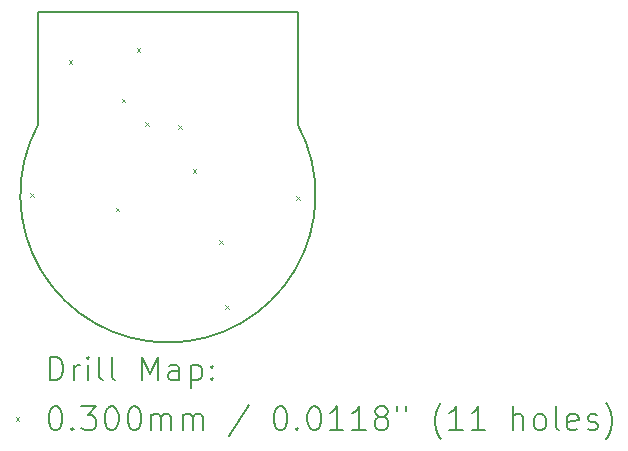
<source format=gbr>
%TF.GenerationSoftware,KiCad,Pcbnew,8.0.2-1*%
%TF.CreationDate,2024-11-27T21:55:20+07:00*%
%TF.ProjectId,v1,76312e6b-6963-4616-945f-706362585858,rev?*%
%TF.SameCoordinates,Original*%
%TF.FileFunction,Drillmap*%
%TF.FilePolarity,Positive*%
%FSLAX45Y45*%
G04 Gerber Fmt 4.5, Leading zero omitted, Abs format (unit mm)*
G04 Created by KiCad (PCBNEW 8.0.2-1) date 2024-11-27 21:55:20*
%MOMM*%
%LPD*%
G01*
G04 APERTURE LIST*
%ADD10C,0.200000*%
%ADD11C,0.100000*%
G04 APERTURE END LIST*
D10*
X13225000Y-8175000D02*
X13225000Y-9131283D01*
X15425000Y-8175000D02*
X13225000Y-8175000D01*
X15425000Y-9131283D02*
X15425000Y-8175000D01*
X15425000Y-9131283D02*
G75*
G02*
X13225000Y-9131283I-1100000J-593717D01*
G01*
X13225000Y-8175000D02*
X14325000Y-8175000D01*
X15425000Y-8175000D02*
X14325000Y-8175000D01*
D11*
X13160000Y-9710000D02*
X13190000Y-9740000D01*
X13190000Y-9710000D02*
X13160000Y-9740000D01*
X13485000Y-8585000D02*
X13515000Y-8615000D01*
X13515000Y-8585000D02*
X13485000Y-8615000D01*
X13885000Y-9835000D02*
X13915000Y-9865000D01*
X13915000Y-9835000D02*
X13885000Y-9865000D01*
X13935000Y-8910000D02*
X13965000Y-8940000D01*
X13965000Y-8910000D02*
X13935000Y-8940000D01*
X14060000Y-8485000D02*
X14090000Y-8515000D01*
X14090000Y-8485000D02*
X14060000Y-8515000D01*
X14135000Y-9110000D02*
X14165000Y-9140000D01*
X14165000Y-9110000D02*
X14135000Y-9140000D01*
X14410000Y-9135000D02*
X14440000Y-9165000D01*
X14440000Y-9135000D02*
X14410000Y-9165000D01*
X14535000Y-9510000D02*
X14565000Y-9540000D01*
X14565000Y-9510000D02*
X14535000Y-9540000D01*
X14760000Y-10110000D02*
X14790000Y-10140000D01*
X14790000Y-10110000D02*
X14760000Y-10140000D01*
X14810000Y-10660000D02*
X14840000Y-10690000D01*
X14840000Y-10660000D02*
X14810000Y-10690000D01*
X15410000Y-9735000D02*
X15440000Y-9765000D01*
X15440000Y-9735000D02*
X15410000Y-9765000D01*
D10*
X13325777Y-11296484D02*
X13325777Y-11096484D01*
X13325777Y-11096484D02*
X13373396Y-11096484D01*
X13373396Y-11096484D02*
X13401967Y-11106008D01*
X13401967Y-11106008D02*
X13421015Y-11125055D01*
X13421015Y-11125055D02*
X13430539Y-11144103D01*
X13430539Y-11144103D02*
X13440063Y-11182198D01*
X13440063Y-11182198D02*
X13440063Y-11210769D01*
X13440063Y-11210769D02*
X13430539Y-11248865D01*
X13430539Y-11248865D02*
X13421015Y-11267912D01*
X13421015Y-11267912D02*
X13401967Y-11286960D01*
X13401967Y-11286960D02*
X13373396Y-11296484D01*
X13373396Y-11296484D02*
X13325777Y-11296484D01*
X13525777Y-11296484D02*
X13525777Y-11163150D01*
X13525777Y-11201246D02*
X13535301Y-11182198D01*
X13535301Y-11182198D02*
X13544824Y-11172674D01*
X13544824Y-11172674D02*
X13563872Y-11163150D01*
X13563872Y-11163150D02*
X13582920Y-11163150D01*
X13649586Y-11296484D02*
X13649586Y-11163150D01*
X13649586Y-11096484D02*
X13640063Y-11106008D01*
X13640063Y-11106008D02*
X13649586Y-11115531D01*
X13649586Y-11115531D02*
X13659110Y-11106008D01*
X13659110Y-11106008D02*
X13649586Y-11096484D01*
X13649586Y-11096484D02*
X13649586Y-11115531D01*
X13773396Y-11296484D02*
X13754348Y-11286960D01*
X13754348Y-11286960D02*
X13744824Y-11267912D01*
X13744824Y-11267912D02*
X13744824Y-11096484D01*
X13878158Y-11296484D02*
X13859110Y-11286960D01*
X13859110Y-11286960D02*
X13849586Y-11267912D01*
X13849586Y-11267912D02*
X13849586Y-11096484D01*
X14106729Y-11296484D02*
X14106729Y-11096484D01*
X14106729Y-11096484D02*
X14173396Y-11239341D01*
X14173396Y-11239341D02*
X14240063Y-11096484D01*
X14240063Y-11096484D02*
X14240063Y-11296484D01*
X14421015Y-11296484D02*
X14421015Y-11191722D01*
X14421015Y-11191722D02*
X14411491Y-11172674D01*
X14411491Y-11172674D02*
X14392444Y-11163150D01*
X14392444Y-11163150D02*
X14354348Y-11163150D01*
X14354348Y-11163150D02*
X14335301Y-11172674D01*
X14421015Y-11286960D02*
X14401967Y-11296484D01*
X14401967Y-11296484D02*
X14354348Y-11296484D01*
X14354348Y-11296484D02*
X14335301Y-11286960D01*
X14335301Y-11286960D02*
X14325777Y-11267912D01*
X14325777Y-11267912D02*
X14325777Y-11248865D01*
X14325777Y-11248865D02*
X14335301Y-11229817D01*
X14335301Y-11229817D02*
X14354348Y-11220293D01*
X14354348Y-11220293D02*
X14401967Y-11220293D01*
X14401967Y-11220293D02*
X14421015Y-11210769D01*
X14516253Y-11163150D02*
X14516253Y-11363150D01*
X14516253Y-11172674D02*
X14535301Y-11163150D01*
X14535301Y-11163150D02*
X14573396Y-11163150D01*
X14573396Y-11163150D02*
X14592444Y-11172674D01*
X14592444Y-11172674D02*
X14601967Y-11182198D01*
X14601967Y-11182198D02*
X14611491Y-11201246D01*
X14611491Y-11201246D02*
X14611491Y-11258388D01*
X14611491Y-11258388D02*
X14601967Y-11277436D01*
X14601967Y-11277436D02*
X14592444Y-11286960D01*
X14592444Y-11286960D02*
X14573396Y-11296484D01*
X14573396Y-11296484D02*
X14535301Y-11296484D01*
X14535301Y-11296484D02*
X14516253Y-11286960D01*
X14697205Y-11277436D02*
X14706729Y-11286960D01*
X14706729Y-11286960D02*
X14697205Y-11296484D01*
X14697205Y-11296484D02*
X14687682Y-11286960D01*
X14687682Y-11286960D02*
X14697205Y-11277436D01*
X14697205Y-11277436D02*
X14697205Y-11296484D01*
X14697205Y-11172674D02*
X14706729Y-11182198D01*
X14706729Y-11182198D02*
X14697205Y-11191722D01*
X14697205Y-11191722D02*
X14687682Y-11182198D01*
X14687682Y-11182198D02*
X14697205Y-11172674D01*
X14697205Y-11172674D02*
X14697205Y-11191722D01*
D11*
X13035000Y-11610000D02*
X13065000Y-11640000D01*
X13065000Y-11610000D02*
X13035000Y-11640000D01*
D10*
X13363872Y-11516484D02*
X13382920Y-11516484D01*
X13382920Y-11516484D02*
X13401967Y-11526008D01*
X13401967Y-11526008D02*
X13411491Y-11535531D01*
X13411491Y-11535531D02*
X13421015Y-11554579D01*
X13421015Y-11554579D02*
X13430539Y-11592674D01*
X13430539Y-11592674D02*
X13430539Y-11640293D01*
X13430539Y-11640293D02*
X13421015Y-11678388D01*
X13421015Y-11678388D02*
X13411491Y-11697436D01*
X13411491Y-11697436D02*
X13401967Y-11706960D01*
X13401967Y-11706960D02*
X13382920Y-11716484D01*
X13382920Y-11716484D02*
X13363872Y-11716484D01*
X13363872Y-11716484D02*
X13344824Y-11706960D01*
X13344824Y-11706960D02*
X13335301Y-11697436D01*
X13335301Y-11697436D02*
X13325777Y-11678388D01*
X13325777Y-11678388D02*
X13316253Y-11640293D01*
X13316253Y-11640293D02*
X13316253Y-11592674D01*
X13316253Y-11592674D02*
X13325777Y-11554579D01*
X13325777Y-11554579D02*
X13335301Y-11535531D01*
X13335301Y-11535531D02*
X13344824Y-11526008D01*
X13344824Y-11526008D02*
X13363872Y-11516484D01*
X13516253Y-11697436D02*
X13525777Y-11706960D01*
X13525777Y-11706960D02*
X13516253Y-11716484D01*
X13516253Y-11716484D02*
X13506729Y-11706960D01*
X13506729Y-11706960D02*
X13516253Y-11697436D01*
X13516253Y-11697436D02*
X13516253Y-11716484D01*
X13592444Y-11516484D02*
X13716253Y-11516484D01*
X13716253Y-11516484D02*
X13649586Y-11592674D01*
X13649586Y-11592674D02*
X13678158Y-11592674D01*
X13678158Y-11592674D02*
X13697205Y-11602198D01*
X13697205Y-11602198D02*
X13706729Y-11611722D01*
X13706729Y-11611722D02*
X13716253Y-11630769D01*
X13716253Y-11630769D02*
X13716253Y-11678388D01*
X13716253Y-11678388D02*
X13706729Y-11697436D01*
X13706729Y-11697436D02*
X13697205Y-11706960D01*
X13697205Y-11706960D02*
X13678158Y-11716484D01*
X13678158Y-11716484D02*
X13621015Y-11716484D01*
X13621015Y-11716484D02*
X13601967Y-11706960D01*
X13601967Y-11706960D02*
X13592444Y-11697436D01*
X13840063Y-11516484D02*
X13859110Y-11516484D01*
X13859110Y-11516484D02*
X13878158Y-11526008D01*
X13878158Y-11526008D02*
X13887682Y-11535531D01*
X13887682Y-11535531D02*
X13897205Y-11554579D01*
X13897205Y-11554579D02*
X13906729Y-11592674D01*
X13906729Y-11592674D02*
X13906729Y-11640293D01*
X13906729Y-11640293D02*
X13897205Y-11678388D01*
X13897205Y-11678388D02*
X13887682Y-11697436D01*
X13887682Y-11697436D02*
X13878158Y-11706960D01*
X13878158Y-11706960D02*
X13859110Y-11716484D01*
X13859110Y-11716484D02*
X13840063Y-11716484D01*
X13840063Y-11716484D02*
X13821015Y-11706960D01*
X13821015Y-11706960D02*
X13811491Y-11697436D01*
X13811491Y-11697436D02*
X13801967Y-11678388D01*
X13801967Y-11678388D02*
X13792444Y-11640293D01*
X13792444Y-11640293D02*
X13792444Y-11592674D01*
X13792444Y-11592674D02*
X13801967Y-11554579D01*
X13801967Y-11554579D02*
X13811491Y-11535531D01*
X13811491Y-11535531D02*
X13821015Y-11526008D01*
X13821015Y-11526008D02*
X13840063Y-11516484D01*
X14030539Y-11516484D02*
X14049586Y-11516484D01*
X14049586Y-11516484D02*
X14068634Y-11526008D01*
X14068634Y-11526008D02*
X14078158Y-11535531D01*
X14078158Y-11535531D02*
X14087682Y-11554579D01*
X14087682Y-11554579D02*
X14097205Y-11592674D01*
X14097205Y-11592674D02*
X14097205Y-11640293D01*
X14097205Y-11640293D02*
X14087682Y-11678388D01*
X14087682Y-11678388D02*
X14078158Y-11697436D01*
X14078158Y-11697436D02*
X14068634Y-11706960D01*
X14068634Y-11706960D02*
X14049586Y-11716484D01*
X14049586Y-11716484D02*
X14030539Y-11716484D01*
X14030539Y-11716484D02*
X14011491Y-11706960D01*
X14011491Y-11706960D02*
X14001967Y-11697436D01*
X14001967Y-11697436D02*
X13992444Y-11678388D01*
X13992444Y-11678388D02*
X13982920Y-11640293D01*
X13982920Y-11640293D02*
X13982920Y-11592674D01*
X13982920Y-11592674D02*
X13992444Y-11554579D01*
X13992444Y-11554579D02*
X14001967Y-11535531D01*
X14001967Y-11535531D02*
X14011491Y-11526008D01*
X14011491Y-11526008D02*
X14030539Y-11516484D01*
X14182920Y-11716484D02*
X14182920Y-11583150D01*
X14182920Y-11602198D02*
X14192444Y-11592674D01*
X14192444Y-11592674D02*
X14211491Y-11583150D01*
X14211491Y-11583150D02*
X14240063Y-11583150D01*
X14240063Y-11583150D02*
X14259110Y-11592674D01*
X14259110Y-11592674D02*
X14268634Y-11611722D01*
X14268634Y-11611722D02*
X14268634Y-11716484D01*
X14268634Y-11611722D02*
X14278158Y-11592674D01*
X14278158Y-11592674D02*
X14297205Y-11583150D01*
X14297205Y-11583150D02*
X14325777Y-11583150D01*
X14325777Y-11583150D02*
X14344825Y-11592674D01*
X14344825Y-11592674D02*
X14354348Y-11611722D01*
X14354348Y-11611722D02*
X14354348Y-11716484D01*
X14449586Y-11716484D02*
X14449586Y-11583150D01*
X14449586Y-11602198D02*
X14459110Y-11592674D01*
X14459110Y-11592674D02*
X14478158Y-11583150D01*
X14478158Y-11583150D02*
X14506729Y-11583150D01*
X14506729Y-11583150D02*
X14525777Y-11592674D01*
X14525777Y-11592674D02*
X14535301Y-11611722D01*
X14535301Y-11611722D02*
X14535301Y-11716484D01*
X14535301Y-11611722D02*
X14544825Y-11592674D01*
X14544825Y-11592674D02*
X14563872Y-11583150D01*
X14563872Y-11583150D02*
X14592444Y-11583150D01*
X14592444Y-11583150D02*
X14611491Y-11592674D01*
X14611491Y-11592674D02*
X14621015Y-11611722D01*
X14621015Y-11611722D02*
X14621015Y-11716484D01*
X15011491Y-11506960D02*
X14840063Y-11764103D01*
X15268634Y-11516484D02*
X15287682Y-11516484D01*
X15287682Y-11516484D02*
X15306729Y-11526008D01*
X15306729Y-11526008D02*
X15316253Y-11535531D01*
X15316253Y-11535531D02*
X15325777Y-11554579D01*
X15325777Y-11554579D02*
X15335301Y-11592674D01*
X15335301Y-11592674D02*
X15335301Y-11640293D01*
X15335301Y-11640293D02*
X15325777Y-11678388D01*
X15325777Y-11678388D02*
X15316253Y-11697436D01*
X15316253Y-11697436D02*
X15306729Y-11706960D01*
X15306729Y-11706960D02*
X15287682Y-11716484D01*
X15287682Y-11716484D02*
X15268634Y-11716484D01*
X15268634Y-11716484D02*
X15249587Y-11706960D01*
X15249587Y-11706960D02*
X15240063Y-11697436D01*
X15240063Y-11697436D02*
X15230539Y-11678388D01*
X15230539Y-11678388D02*
X15221015Y-11640293D01*
X15221015Y-11640293D02*
X15221015Y-11592674D01*
X15221015Y-11592674D02*
X15230539Y-11554579D01*
X15230539Y-11554579D02*
X15240063Y-11535531D01*
X15240063Y-11535531D02*
X15249587Y-11526008D01*
X15249587Y-11526008D02*
X15268634Y-11516484D01*
X15421015Y-11697436D02*
X15430539Y-11706960D01*
X15430539Y-11706960D02*
X15421015Y-11716484D01*
X15421015Y-11716484D02*
X15411491Y-11706960D01*
X15411491Y-11706960D02*
X15421015Y-11697436D01*
X15421015Y-11697436D02*
X15421015Y-11716484D01*
X15554348Y-11516484D02*
X15573396Y-11516484D01*
X15573396Y-11516484D02*
X15592444Y-11526008D01*
X15592444Y-11526008D02*
X15601968Y-11535531D01*
X15601968Y-11535531D02*
X15611491Y-11554579D01*
X15611491Y-11554579D02*
X15621015Y-11592674D01*
X15621015Y-11592674D02*
X15621015Y-11640293D01*
X15621015Y-11640293D02*
X15611491Y-11678388D01*
X15611491Y-11678388D02*
X15601968Y-11697436D01*
X15601968Y-11697436D02*
X15592444Y-11706960D01*
X15592444Y-11706960D02*
X15573396Y-11716484D01*
X15573396Y-11716484D02*
X15554348Y-11716484D01*
X15554348Y-11716484D02*
X15535301Y-11706960D01*
X15535301Y-11706960D02*
X15525777Y-11697436D01*
X15525777Y-11697436D02*
X15516253Y-11678388D01*
X15516253Y-11678388D02*
X15506729Y-11640293D01*
X15506729Y-11640293D02*
X15506729Y-11592674D01*
X15506729Y-11592674D02*
X15516253Y-11554579D01*
X15516253Y-11554579D02*
X15525777Y-11535531D01*
X15525777Y-11535531D02*
X15535301Y-11526008D01*
X15535301Y-11526008D02*
X15554348Y-11516484D01*
X15811491Y-11716484D02*
X15697206Y-11716484D01*
X15754348Y-11716484D02*
X15754348Y-11516484D01*
X15754348Y-11516484D02*
X15735301Y-11545055D01*
X15735301Y-11545055D02*
X15716253Y-11564103D01*
X15716253Y-11564103D02*
X15697206Y-11573627D01*
X16001968Y-11716484D02*
X15887682Y-11716484D01*
X15944825Y-11716484D02*
X15944825Y-11516484D01*
X15944825Y-11516484D02*
X15925777Y-11545055D01*
X15925777Y-11545055D02*
X15906729Y-11564103D01*
X15906729Y-11564103D02*
X15887682Y-11573627D01*
X16116253Y-11602198D02*
X16097206Y-11592674D01*
X16097206Y-11592674D02*
X16087682Y-11583150D01*
X16087682Y-11583150D02*
X16078158Y-11564103D01*
X16078158Y-11564103D02*
X16078158Y-11554579D01*
X16078158Y-11554579D02*
X16087682Y-11535531D01*
X16087682Y-11535531D02*
X16097206Y-11526008D01*
X16097206Y-11526008D02*
X16116253Y-11516484D01*
X16116253Y-11516484D02*
X16154349Y-11516484D01*
X16154349Y-11516484D02*
X16173396Y-11526008D01*
X16173396Y-11526008D02*
X16182920Y-11535531D01*
X16182920Y-11535531D02*
X16192444Y-11554579D01*
X16192444Y-11554579D02*
X16192444Y-11564103D01*
X16192444Y-11564103D02*
X16182920Y-11583150D01*
X16182920Y-11583150D02*
X16173396Y-11592674D01*
X16173396Y-11592674D02*
X16154349Y-11602198D01*
X16154349Y-11602198D02*
X16116253Y-11602198D01*
X16116253Y-11602198D02*
X16097206Y-11611722D01*
X16097206Y-11611722D02*
X16087682Y-11621246D01*
X16087682Y-11621246D02*
X16078158Y-11640293D01*
X16078158Y-11640293D02*
X16078158Y-11678388D01*
X16078158Y-11678388D02*
X16087682Y-11697436D01*
X16087682Y-11697436D02*
X16097206Y-11706960D01*
X16097206Y-11706960D02*
X16116253Y-11716484D01*
X16116253Y-11716484D02*
X16154349Y-11716484D01*
X16154349Y-11716484D02*
X16173396Y-11706960D01*
X16173396Y-11706960D02*
X16182920Y-11697436D01*
X16182920Y-11697436D02*
X16192444Y-11678388D01*
X16192444Y-11678388D02*
X16192444Y-11640293D01*
X16192444Y-11640293D02*
X16182920Y-11621246D01*
X16182920Y-11621246D02*
X16173396Y-11611722D01*
X16173396Y-11611722D02*
X16154349Y-11602198D01*
X16268634Y-11516484D02*
X16268634Y-11554579D01*
X16344825Y-11516484D02*
X16344825Y-11554579D01*
X16640063Y-11792674D02*
X16630539Y-11783150D01*
X16630539Y-11783150D02*
X16611491Y-11754579D01*
X16611491Y-11754579D02*
X16601968Y-11735531D01*
X16601968Y-11735531D02*
X16592444Y-11706960D01*
X16592444Y-11706960D02*
X16582920Y-11659341D01*
X16582920Y-11659341D02*
X16582920Y-11621246D01*
X16582920Y-11621246D02*
X16592444Y-11573627D01*
X16592444Y-11573627D02*
X16601968Y-11545055D01*
X16601968Y-11545055D02*
X16611491Y-11526008D01*
X16611491Y-11526008D02*
X16630539Y-11497436D01*
X16630539Y-11497436D02*
X16640063Y-11487912D01*
X16821015Y-11716484D02*
X16706730Y-11716484D01*
X16763872Y-11716484D02*
X16763872Y-11516484D01*
X16763872Y-11516484D02*
X16744825Y-11545055D01*
X16744825Y-11545055D02*
X16725777Y-11564103D01*
X16725777Y-11564103D02*
X16706730Y-11573627D01*
X17011492Y-11716484D02*
X16897206Y-11716484D01*
X16954349Y-11716484D02*
X16954349Y-11516484D01*
X16954349Y-11516484D02*
X16935301Y-11545055D01*
X16935301Y-11545055D02*
X16916253Y-11564103D01*
X16916253Y-11564103D02*
X16897206Y-11573627D01*
X17249587Y-11716484D02*
X17249587Y-11516484D01*
X17335301Y-11716484D02*
X17335301Y-11611722D01*
X17335301Y-11611722D02*
X17325777Y-11592674D01*
X17325777Y-11592674D02*
X17306730Y-11583150D01*
X17306730Y-11583150D02*
X17278158Y-11583150D01*
X17278158Y-11583150D02*
X17259111Y-11592674D01*
X17259111Y-11592674D02*
X17249587Y-11602198D01*
X17459111Y-11716484D02*
X17440063Y-11706960D01*
X17440063Y-11706960D02*
X17430539Y-11697436D01*
X17430539Y-11697436D02*
X17421015Y-11678388D01*
X17421015Y-11678388D02*
X17421015Y-11621246D01*
X17421015Y-11621246D02*
X17430539Y-11602198D01*
X17430539Y-11602198D02*
X17440063Y-11592674D01*
X17440063Y-11592674D02*
X17459111Y-11583150D01*
X17459111Y-11583150D02*
X17487682Y-11583150D01*
X17487682Y-11583150D02*
X17506730Y-11592674D01*
X17506730Y-11592674D02*
X17516254Y-11602198D01*
X17516254Y-11602198D02*
X17525777Y-11621246D01*
X17525777Y-11621246D02*
X17525777Y-11678388D01*
X17525777Y-11678388D02*
X17516254Y-11697436D01*
X17516254Y-11697436D02*
X17506730Y-11706960D01*
X17506730Y-11706960D02*
X17487682Y-11716484D01*
X17487682Y-11716484D02*
X17459111Y-11716484D01*
X17640063Y-11716484D02*
X17621015Y-11706960D01*
X17621015Y-11706960D02*
X17611492Y-11687912D01*
X17611492Y-11687912D02*
X17611492Y-11516484D01*
X17792444Y-11706960D02*
X17773396Y-11716484D01*
X17773396Y-11716484D02*
X17735301Y-11716484D01*
X17735301Y-11716484D02*
X17716254Y-11706960D01*
X17716254Y-11706960D02*
X17706730Y-11687912D01*
X17706730Y-11687912D02*
X17706730Y-11611722D01*
X17706730Y-11611722D02*
X17716254Y-11592674D01*
X17716254Y-11592674D02*
X17735301Y-11583150D01*
X17735301Y-11583150D02*
X17773396Y-11583150D01*
X17773396Y-11583150D02*
X17792444Y-11592674D01*
X17792444Y-11592674D02*
X17801968Y-11611722D01*
X17801968Y-11611722D02*
X17801968Y-11630769D01*
X17801968Y-11630769D02*
X17706730Y-11649817D01*
X17878158Y-11706960D02*
X17897206Y-11716484D01*
X17897206Y-11716484D02*
X17935301Y-11716484D01*
X17935301Y-11716484D02*
X17954349Y-11706960D01*
X17954349Y-11706960D02*
X17963873Y-11687912D01*
X17963873Y-11687912D02*
X17963873Y-11678388D01*
X17963873Y-11678388D02*
X17954349Y-11659341D01*
X17954349Y-11659341D02*
X17935301Y-11649817D01*
X17935301Y-11649817D02*
X17906730Y-11649817D01*
X17906730Y-11649817D02*
X17887682Y-11640293D01*
X17887682Y-11640293D02*
X17878158Y-11621246D01*
X17878158Y-11621246D02*
X17878158Y-11611722D01*
X17878158Y-11611722D02*
X17887682Y-11592674D01*
X17887682Y-11592674D02*
X17906730Y-11583150D01*
X17906730Y-11583150D02*
X17935301Y-11583150D01*
X17935301Y-11583150D02*
X17954349Y-11592674D01*
X18030539Y-11792674D02*
X18040063Y-11783150D01*
X18040063Y-11783150D02*
X18059111Y-11754579D01*
X18059111Y-11754579D02*
X18068635Y-11735531D01*
X18068635Y-11735531D02*
X18078158Y-11706960D01*
X18078158Y-11706960D02*
X18087682Y-11659341D01*
X18087682Y-11659341D02*
X18087682Y-11621246D01*
X18087682Y-11621246D02*
X18078158Y-11573627D01*
X18078158Y-11573627D02*
X18068635Y-11545055D01*
X18068635Y-11545055D02*
X18059111Y-11526008D01*
X18059111Y-11526008D02*
X18040063Y-11497436D01*
X18040063Y-11497436D02*
X18030539Y-11487912D01*
M02*

</source>
